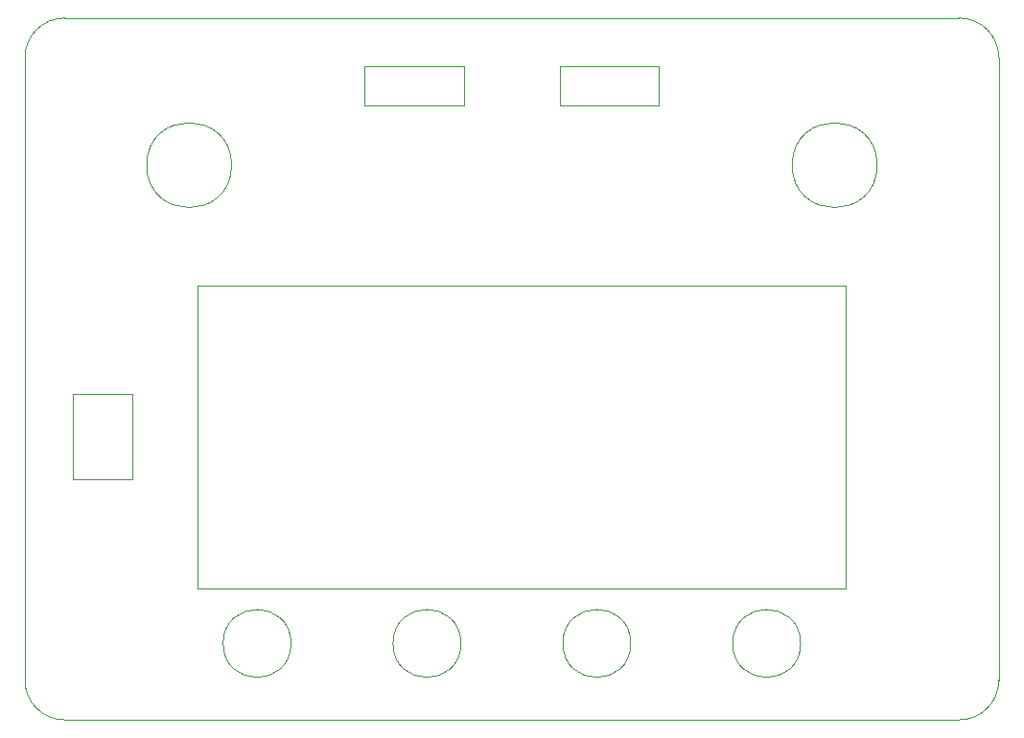
<source format=gbr>
%TF.GenerationSoftware,KiCad,Pcbnew,7.0.8*%
%TF.CreationDate,2024-05-31T18:18:10-04:00*%
%TF.ProjectId,topboard,746f7062-6f61-4726-942e-6b696361645f,rev?*%
%TF.SameCoordinates,Original*%
%TF.FileFunction,Profile,NP*%
%FSLAX46Y46*%
G04 Gerber Fmt 4.6, Leading zero omitted, Abs format (unit mm)*
G04 Created by KiCad (PCBNEW 7.0.8) date 2024-05-31 18:18:10*
%MOMM*%
%LPD*%
G01*
G04 APERTURE LIST*
%TA.AperFunction,Profile*%
%ADD10C,0.100000*%
%TD*%
G04 APERTURE END LIST*
D10*
X120500000Y-113250000D02*
G75*
G03*
X120500000Y-113250000I-3000000J0D01*
G01*
X100500000Y-58000000D02*
G75*
G03*
X97000000Y-61500000I0J-3500000D01*
G01*
X127000000Y-62250000D02*
X135750000Y-62250000D01*
X135750000Y-65750000D01*
X127000000Y-65750000D01*
X127000000Y-62250000D01*
X183000000Y-61500000D02*
G75*
G03*
X179500000Y-58000000I-3500000J0D01*
G01*
X97000000Y-116500000D02*
G75*
G03*
X100500000Y-120000000I3500000J0D01*
G01*
X112250000Y-81600000D02*
X169500000Y-81600000D01*
X169500000Y-108400000D01*
X112250000Y-108400000D01*
X112250000Y-81600000D01*
X144250000Y-62250000D02*
X153000000Y-62250000D01*
X153000000Y-65750000D01*
X144250000Y-65750000D01*
X144250000Y-62250000D01*
X172250000Y-71000000D02*
G75*
G03*
X172250000Y-71000000I-3750000J0D01*
G01*
X165500000Y-113250000D02*
G75*
G03*
X165500000Y-113250000I-3000000J0D01*
G01*
X179500000Y-120000000D02*
X100500000Y-120000000D01*
X183000000Y-61500000D02*
X183000000Y-116500000D01*
X97000000Y-116500000D02*
X97000000Y-61500000D01*
X101250000Y-91250000D02*
X106500000Y-91250000D01*
X106500000Y-98750000D01*
X101250000Y-98750000D01*
X101250000Y-91250000D01*
X179500000Y-120000000D02*
G75*
G03*
X183000000Y-116500000I0J3500000D01*
G01*
X100500000Y-58000000D02*
X179500000Y-58000000D01*
X115250000Y-71000000D02*
G75*
G03*
X115250000Y-71000000I-3750000J0D01*
G01*
X150500000Y-113250000D02*
G75*
G03*
X150500000Y-113250000I-3000000J0D01*
G01*
X135500000Y-113250000D02*
G75*
G03*
X135500000Y-113250000I-3000000J0D01*
G01*
M02*

</source>
